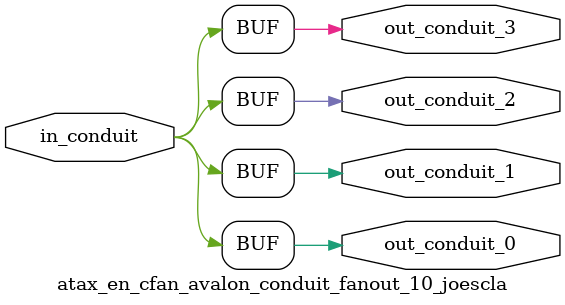
<source format=sv>


 


// --------------------------------------------------------------------------------
//| Avalon Conduit Fan-Out
// --------------------------------------------------------------------------------

// ------------------------------------------
// Generation parameters:
//   output_name:       atax_en_cfan_avalon_conduit_fanout_10_joescla
//   numFanOut:         4
//   
// ------------------------------------------

module atax_en_cfan_avalon_conduit_fanout_10_joescla (     

// Interface: out_conduit_0
 output                    out_conduit_0,
// Interface: out_conduit_1
 output                    out_conduit_1,
// Interface: out_conduit_2
 output                    out_conduit_2,
// Interface: out_conduit_3
 output                    out_conduit_3,

// Interface: in_conduit
 input                   in_conduit

);

   assign  out_conduit_0 = in_conduit;
   assign  out_conduit_1 = in_conduit;
   assign  out_conduit_2 = in_conduit;
   assign  out_conduit_3 = in_conduit;

endmodule //


</source>
